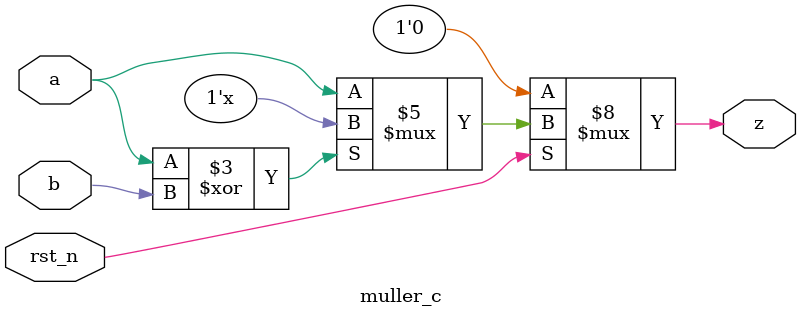
<source format=v>
module muller_c(a,b,z,rst_n);
    input a;
    input b;
    input rst_n;
    output reg z;
   
    always@(*)
    begin
      if(!rst_n)
        z <= 0;
      else
        if(a^b)
          z <= z;
        else
          z <= a;

    end
endmodule
        
    
</source>
